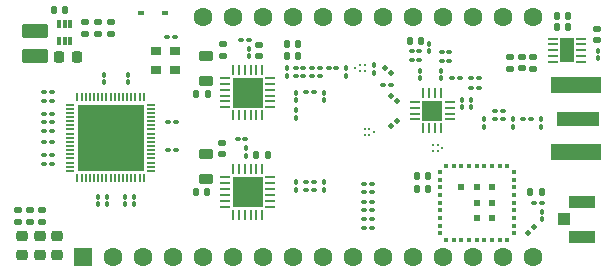
<source format=gbr>
%TF.GenerationSoftware,KiCad,Pcbnew,(5.99.0-6542-g16b0689841)*%
%TF.CreationDate,2021-01-03T15:15:32-08:00*%
%TF.ProjectId,SX1303,53583133-3033-42e6-9b69-6361645f7063,rev?*%
%TF.SameCoordinates,Original*%
%TF.FileFunction,Soldermask,Top*%
%TF.FilePolarity,Negative*%
%FSLAX46Y46*%
G04 Gerber Fmt 4.6, Leading zero omitted, Abs format (unit mm)*
G04 Created by KiCad (PCBNEW (5.99.0-6542-g16b0689841)) date 2021-01-03 15:15:32*
%MOMM*%
%LPD*%
G01*
G04 APERTURE LIST*
G04 Aperture macros list*
%AMRoundRect*
0 Rectangle with rounded corners*
0 $1 Rounding radius*
0 $2 $3 $4 $5 $6 $7 $8 $9 X,Y pos of 4 corners*
0 Add a 4 corners polygon primitive as box body*
4,1,4,$2,$3,$4,$5,$6,$7,$8,$9,$2,$3,0*
0 Add four circle primitives for the rounded corners*
1,1,$1+$1,$2,$3,0*
1,1,$1+$1,$4,$5,0*
1,1,$1+$1,$6,$7,0*
1,1,$1+$1,$8,$9,0*
0 Add four rect primitives between the rounded corners*
20,1,$1+$1,$2,$3,$4,$5,0*
20,1,$1+$1,$4,$5,$6,$7,0*
20,1,$1+$1,$6,$7,$8,$9,0*
20,1,$1+$1,$8,$9,$2,$3,0*%
G04 Aperture macros list end*
%ADD10RoundRect,0.140000X-0.140000X-0.170000X0.140000X-0.170000X0.140000X0.170000X-0.140000X0.170000X0*%
%ADD11R,0.736600X0.177800*%
%ADD12R,0.762000X0.177800*%
%ADD13R,0.177800X0.736600*%
%ADD14R,0.177800X0.762000*%
%ADD15R,5.613400X5.613400*%
%ADD16RoundRect,0.218750X0.256250X-0.218750X0.256250X0.218750X-0.256250X0.218750X-0.256250X-0.218750X0*%
%ADD17RoundRect,0.140000X0.140000X0.170000X-0.140000X0.170000X-0.140000X-0.170000X0.140000X-0.170000X0*%
%ADD18RoundRect,0.100000X0.100000X-0.130000X0.100000X0.130000X-0.100000X0.130000X-0.100000X-0.130000X0*%
%ADD19RoundRect,0.218750X-0.381250X0.218750X-0.381250X-0.218750X0.381250X-0.218750X0.381250X0.218750X0*%
%ADD20R,0.400000X0.300000*%
%ADD21R,0.300000X0.400000*%
%ADD22R,0.500000X0.500000*%
%ADD23RoundRect,0.100000X0.130000X0.100000X-0.130000X0.100000X-0.130000X-0.100000X0.130000X-0.100000X0*%
%ADD24RoundRect,0.135000X0.185000X-0.135000X0.185000X0.135000X-0.185000X0.135000X-0.185000X-0.135000X0*%
%ADD25RoundRect,0.100000X-0.162635X0.021213X0.021213X-0.162635X0.162635X-0.021213X-0.021213X0.162635X0*%
%ADD26RoundRect,0.100000X0.021213X0.162635X-0.162635X-0.021213X-0.021213X-0.162635X0.162635X0.021213X0*%
%ADD27RoundRect,0.100000X-0.100000X0.130000X-0.100000X-0.130000X0.100000X-0.130000X0.100000X0.130000X0*%
%ADD28R,0.180000X0.250000*%
%ADD29RoundRect,0.135000X-0.185000X0.135000X-0.185000X-0.135000X0.185000X-0.135000X0.185000X0.135000X0*%
%ADD30RoundRect,0.100000X-0.130000X-0.100000X0.130000X-0.100000X0.130000X0.100000X-0.130000X0.100000X0*%
%ADD31RoundRect,0.140000X0.170000X-0.140000X0.170000X0.140000X-0.170000X0.140000X-0.170000X-0.140000X0*%
%ADD32R,3.600000X1.270000*%
%ADD33R,4.200000X1.350000*%
%ADD34R,0.340000X0.700000*%
%ADD35RoundRect,0.062500X-0.062500X0.375000X-0.062500X-0.375000X0.062500X-0.375000X0.062500X0.375000X0*%
%ADD36RoundRect,0.062500X-0.375000X0.062500X-0.375000X-0.062500X0.375000X-0.062500X0.375000X0.062500X0*%
%ADD37R,2.500000X2.500000*%
%ADD38RoundRect,0.250000X-0.850000X0.375000X-0.850000X-0.375000X0.850000X-0.375000X0.850000X0.375000X0*%
%ADD39R,1.600000X1.600000*%
%ADD40C,1.600000*%
%ADD41RoundRect,0.062500X-0.350000X-0.062500X0.350000X-0.062500X0.350000X0.062500X-0.350000X0.062500X0*%
%ADD42R,1.200000X2.000000*%
%ADD43R,0.600000X0.450000*%
%ADD44RoundRect,0.100000X0.162635X-0.021213X-0.021213X0.162635X-0.162635X0.021213X0.021213X-0.162635X0*%
%ADD45R,1.050000X1.000000*%
%ADD46R,2.200000X1.050000*%
%ADD47R,0.850000X0.650000*%
%ADD48RoundRect,0.225000X-0.225000X-0.250000X0.225000X-0.250000X0.225000X0.250000X-0.225000X0.250000X0*%
%ADD49RoundRect,0.140000X-0.170000X0.140000X-0.170000X-0.140000X0.170000X-0.140000X0.170000X0.140000X0*%
%ADD50RoundRect,0.062500X-0.325000X-0.062500X0.325000X-0.062500X0.325000X0.062500X-0.325000X0.062500X0*%
%ADD51RoundRect,0.062500X-0.062500X-0.325000X0.062500X-0.325000X0.062500X0.325000X-0.062500X0.325000X0*%
%ADD52R,1.750000X1.750000*%
%ADD53RoundRect,0.135000X-0.135000X-0.185000X0.135000X-0.185000X0.135000X0.185000X-0.135000X0.185000X0*%
G04 APERTURE END LIST*
D10*
%TO.C,C42*%
X138080000Y-59440000D03*
X137120000Y-59440000D03*
%TD*%
D11*
%TO.C,U1*%
X108358300Y-64800001D03*
D12*
X108371000Y-65150000D03*
X108371000Y-65499999D03*
X108371000Y-65849998D03*
X108371000Y-66200000D03*
X108371000Y-66550000D03*
X108371000Y-66899999D03*
X108371000Y-67250001D03*
X108371000Y-67600000D03*
X108371000Y-67949999D03*
X108371000Y-68300001D03*
X108371000Y-68650000D03*
X108371000Y-69000000D03*
X108371000Y-69349999D03*
X108371000Y-69700001D03*
X108371000Y-70050000D03*
D11*
X108358300Y-70399999D03*
D13*
X109000001Y-71041700D03*
D14*
X109350000Y-71029000D03*
X109699999Y-71029000D03*
X110049998Y-71029000D03*
X110400000Y-71029000D03*
X110750000Y-71029000D03*
X111099999Y-71029000D03*
X111450001Y-71029000D03*
X111800000Y-71029000D03*
X112149999Y-71029000D03*
X112500001Y-71029000D03*
X112850000Y-71029000D03*
X113200000Y-71029000D03*
X113549999Y-71029000D03*
X113900001Y-71029000D03*
X114250000Y-71029000D03*
D13*
X114599999Y-71041700D03*
D11*
X115241700Y-70399999D03*
D12*
X115229000Y-70050000D03*
X115229000Y-69700001D03*
X115229000Y-69350002D03*
X115229000Y-69000000D03*
X115229000Y-68650000D03*
X115229000Y-68300001D03*
X115229000Y-67949999D03*
X115229000Y-67600000D03*
X115229000Y-67250001D03*
X115229000Y-66899999D03*
X115229000Y-66550000D03*
X115229000Y-66200000D03*
X115229000Y-65850001D03*
X115229000Y-65499999D03*
X115229000Y-65150000D03*
D11*
X115241700Y-64800001D03*
D13*
X114599999Y-64158300D03*
D14*
X114250000Y-64171000D03*
X113900001Y-64171000D03*
X113550002Y-64171000D03*
X113200000Y-64171000D03*
X112850000Y-64171000D03*
X112500001Y-64171000D03*
X112149999Y-64171000D03*
X111800000Y-64171000D03*
X111450001Y-64171000D03*
X111099999Y-64171000D03*
X110750000Y-64171000D03*
X110400000Y-64171000D03*
X110050001Y-64171000D03*
X109699999Y-64171000D03*
X109350000Y-64171000D03*
D13*
X109000001Y-64158300D03*
D15*
X111800000Y-67600000D03*
%TD*%
D10*
%TO.C,C35*%
X149570000Y-58200000D03*
X150530000Y-58200000D03*
%TD*%
D16*
%TO.C,D1*%
X104300000Y-77487500D03*
X104300000Y-75912500D03*
%TD*%
D17*
%TO.C,C2*%
X120030000Y-63900000D03*
X119070000Y-63900000D03*
%TD*%
D18*
%TO.C,L5*%
X127500000Y-64420000D03*
X127500000Y-63780000D03*
%TD*%
D19*
%TO.C,L1*%
X119900000Y-60637500D03*
X119900000Y-62762500D03*
%TD*%
D20*
%TO.C,U8*%
X145950000Y-75700000D03*
X145950000Y-75050000D03*
X145950000Y-74400000D03*
X145950000Y-73750000D03*
X145950000Y-73100000D03*
X145950000Y-72450000D03*
X145950000Y-71800000D03*
X145950000Y-71150000D03*
X145950000Y-70500000D03*
D21*
X145400000Y-69950000D03*
X144750000Y-69950000D03*
X144100000Y-69950000D03*
X143450000Y-69950000D03*
X142800000Y-69950000D03*
X142150000Y-69950000D03*
X141500000Y-69950000D03*
X140850000Y-69950000D03*
X140200000Y-69950000D03*
D20*
X139650000Y-70500000D03*
X139650000Y-71150000D03*
X139650000Y-71800000D03*
X139650000Y-72450000D03*
X139650000Y-73100000D03*
X139650000Y-73750000D03*
X139650000Y-74400000D03*
X139650000Y-75050000D03*
X139650000Y-75700000D03*
D21*
X140200000Y-76250000D03*
X140850000Y-76250000D03*
X141500000Y-76250000D03*
X142150000Y-76250000D03*
X142800000Y-76250000D03*
X143450000Y-76250000D03*
X144100000Y-76250000D03*
X144750000Y-76250000D03*
X145400000Y-76250000D03*
D22*
X144100000Y-74400000D03*
X142800000Y-74400000D03*
X144100000Y-73100000D03*
X142800000Y-73100000D03*
X144100000Y-71800000D03*
X142800000Y-71800000D03*
X141500000Y-71800000D03*
%TD*%
D23*
%TO.C,C16*%
X129020000Y-71350000D03*
X128380000Y-71350000D03*
%TD*%
D24*
%TO.C,R4*%
X147600000Y-61760000D03*
X147600000Y-60740000D03*
%TD*%
D25*
%TO.C,L15*%
X135073726Y-61673726D03*
X135526274Y-62126274D03*
%TD*%
D26*
%TO.C,C50*%
X136026274Y-66173726D03*
X135573726Y-66626274D03*
%TD*%
D27*
%TO.C,C53*%
X113800000Y-72580000D03*
X113800000Y-73220000D03*
%TD*%
D23*
%TO.C,R10*%
X106800000Y-64450000D03*
X106160000Y-64450000D03*
%TD*%
D27*
%TO.C,C28*%
X111500000Y-72580000D03*
X111500000Y-73220000D03*
%TD*%
D28*
%TO.C,FL2*%
X134085000Y-67100000D03*
X133700000Y-66850000D03*
X133315000Y-66850000D03*
X133315000Y-67350000D03*
X133700000Y-67350000D03*
%TD*%
D10*
%TO.C,C3*%
X124140000Y-69085000D03*
X125100000Y-69085000D03*
%TD*%
D24*
%TO.C,R12*%
X105000000Y-74710000D03*
X105000000Y-73690000D03*
%TD*%
D29*
%TO.C,R5*%
X111800000Y-57790000D03*
X111800000Y-58810000D03*
%TD*%
D10*
%TO.C,C30*%
X107020000Y-56800000D03*
X107980000Y-56800000D03*
%TD*%
D23*
%TO.C,C12*%
X129520000Y-62400000D03*
X128880000Y-62400000D03*
%TD*%
%TO.C,C39*%
X145010000Y-65350000D03*
X144370000Y-65350000D03*
%TD*%
D17*
%TO.C,C65*%
X138680000Y-70800000D03*
X137720000Y-70800000D03*
%TD*%
D30*
%TO.C,C40*%
X137280000Y-60240000D03*
X137920000Y-60240000D03*
%TD*%
D31*
%TO.C,C5*%
X121300000Y-60660000D03*
X121300000Y-59700000D03*
%TD*%
D23*
%TO.C,C46*%
X140470000Y-61100000D03*
X139830000Y-61100000D03*
%TD*%
D32*
%TO.C,J1*%
X151400000Y-66000000D03*
D33*
X151200000Y-68825000D03*
X151200000Y-63175000D03*
%TD*%
D30*
%TO.C,L4*%
X127480000Y-61700000D03*
X128120000Y-61700000D03*
%TD*%
D23*
%TO.C,C55*%
X106800000Y-69100000D03*
X106160000Y-69100000D03*
%TD*%
D34*
%TO.C,U6*%
X108400000Y-57950000D03*
X107900000Y-57950000D03*
X107400000Y-57950000D03*
X107400000Y-59450000D03*
X107900000Y-59450000D03*
X108400000Y-59450000D03*
%TD*%
D30*
%TO.C,R8*%
X106160000Y-63750000D03*
X106800000Y-63750000D03*
%TD*%
D35*
%TO.C,U3*%
X124650000Y-70247500D03*
X124150000Y-70247500D03*
X123650000Y-70247500D03*
X123150000Y-70247500D03*
X122650000Y-70247500D03*
X122150000Y-70247500D03*
D36*
X121462500Y-70935000D03*
X121462500Y-71435000D03*
X121462500Y-71935000D03*
X121462500Y-72435000D03*
X121462500Y-72935000D03*
X121462500Y-73435000D03*
D35*
X122150000Y-74122500D03*
X122650000Y-74122500D03*
X123150000Y-74122500D03*
X123650000Y-74122500D03*
X124150000Y-74122500D03*
X124650000Y-74122500D03*
D36*
X125337500Y-73435000D03*
X125337500Y-72935000D03*
X125337500Y-72435000D03*
X125337500Y-71935000D03*
X125337500Y-71435000D03*
X125337500Y-70935000D03*
D37*
X123400000Y-72185000D03*
%TD*%
D38*
%TO.C,L17*%
X105400000Y-58525000D03*
X105400000Y-60675000D03*
%TD*%
D31*
%TO.C,C6*%
X121250000Y-68980000D03*
X121250000Y-68020000D03*
%TD*%
D23*
%TO.C,C47*%
X142970000Y-62550000D03*
X142330000Y-62550000D03*
%TD*%
%TO.C,C44*%
X142970000Y-63400000D03*
X142330000Y-63400000D03*
%TD*%
D18*
%TO.C,C37*%
X143450000Y-66670000D03*
X143450000Y-66030000D03*
%TD*%
%TO.C,L12*%
X139800000Y-62560000D03*
X139800000Y-61920000D03*
%TD*%
D28*
%TO.C,FL1*%
X132535000Y-61700000D03*
X132920000Y-61950000D03*
X133305000Y-61950000D03*
X133305000Y-61450000D03*
X132920000Y-61450000D03*
%TD*%
D27*
%TO.C,C56*%
X110750000Y-72580000D03*
X110750000Y-73220000D03*
%TD*%
D10*
%TO.C,C7*%
X126740000Y-59700000D03*
X127700000Y-59700000D03*
%TD*%
D27*
%TO.C,C19*%
X129900000Y-71380000D03*
X129900000Y-72020000D03*
%TD*%
D18*
%TO.C,C21*%
X111250000Y-62920000D03*
X111250000Y-62280000D03*
%TD*%
D30*
%TO.C,C61*%
X147680000Y-73100000D03*
X148320000Y-73100000D03*
%TD*%
%TO.C,C38*%
X137280000Y-61040000D03*
X137920000Y-61040000D03*
%TD*%
D18*
%TO.C,L11*%
X138800000Y-60260000D03*
X138800000Y-59620000D03*
%TD*%
D30*
%TO.C,C51*%
X134880000Y-63100000D03*
X135520000Y-63100000D03*
%TD*%
D18*
%TO.C,C41*%
X145850000Y-66670000D03*
X145850000Y-66030000D03*
%TD*%
D24*
%TO.C,R6*%
X109600000Y-58810000D03*
X109600000Y-57790000D03*
%TD*%
D39*
%TO.C,A1*%
X109500000Y-77700000D03*
D40*
X112040000Y-77700000D03*
X114580000Y-77700000D03*
X117120000Y-77700000D03*
X119660000Y-77700000D03*
X122200000Y-77700000D03*
X124740000Y-77700000D03*
X127280000Y-77700000D03*
X129820000Y-77700000D03*
X132360000Y-77700000D03*
X134900000Y-77700000D03*
X137440000Y-77700000D03*
X139980000Y-77700000D03*
X142520000Y-77700000D03*
X145060000Y-77700000D03*
X147600000Y-77700000D03*
X147600000Y-57380000D03*
X145060000Y-57380000D03*
X142520000Y-57380000D03*
X139980000Y-57380000D03*
X137440000Y-57380000D03*
X134900000Y-57380000D03*
X132360000Y-57380000D03*
X129820000Y-57380000D03*
X127280000Y-57380000D03*
X124740000Y-57380000D03*
X122200000Y-57380000D03*
X119660000Y-57380000D03*
%TD*%
D24*
%TO.C,R3*%
X145600000Y-61760000D03*
X145600000Y-60740000D03*
%TD*%
D31*
%TO.C,C29*%
X153000000Y-59330000D03*
X153000000Y-58370000D03*
%TD*%
D23*
%TO.C,C57*%
X133920000Y-72200000D03*
X133280000Y-72200000D03*
%TD*%
D41*
%TO.C,U4*%
X149237500Y-59200000D03*
X149237500Y-59700000D03*
X149237500Y-60200000D03*
X149237500Y-60700000D03*
X149237500Y-61200000D03*
X151662500Y-61200000D03*
X151662500Y-60700000D03*
X151662500Y-60200000D03*
X151662500Y-59700000D03*
X151662500Y-59200000D03*
D42*
X150450000Y-60200000D03*
%TD*%
D43*
%TO.C,D4*%
X114350000Y-57000000D03*
X116450000Y-57000000D03*
%TD*%
D27*
%TO.C,C18*%
X129900000Y-63780000D03*
X129900000Y-64420000D03*
%TD*%
D30*
%TO.C,C11*%
X127480000Y-62400000D03*
X128120000Y-62400000D03*
%TD*%
D27*
%TO.C,C48*%
X141550000Y-64380000D03*
X141550000Y-65020000D03*
%TD*%
D44*
%TO.C,C52*%
X136026274Y-64526274D03*
X135573726Y-64073726D03*
%TD*%
D27*
%TO.C,C63*%
X153100000Y-60230000D03*
X153100000Y-60870000D03*
%TD*%
D23*
%TO.C,C25*%
X106800000Y-66300000D03*
X106160000Y-66300000D03*
%TD*%
D18*
%TO.C,C49*%
X134100000Y-62120000D03*
X134100000Y-61480000D03*
%TD*%
D23*
%TO.C,R1*%
X123520000Y-59300000D03*
X122880000Y-59300000D03*
%TD*%
D24*
%TO.C,R13*%
X106000000Y-74710000D03*
X106000000Y-73690000D03*
%TD*%
D18*
%TO.C,C13*%
X127500000Y-65920000D03*
X127500000Y-65280000D03*
%TD*%
D45*
%TO.C,J2*%
X150200000Y-74500000D03*
D46*
X151725000Y-73025000D03*
X151725000Y-75975000D03*
%TD*%
D30*
%TO.C,R14*%
X133280000Y-71500000D03*
X133920000Y-71500000D03*
%TD*%
%TO.C,L7*%
X130280000Y-61700000D03*
X130920000Y-61700000D03*
%TD*%
D28*
%TO.C,FL3*%
X139900000Y-68500000D03*
X139515000Y-68250000D03*
X139130000Y-68250000D03*
X139130000Y-68750000D03*
X139515000Y-68750000D03*
%TD*%
D30*
%TO.C,R15*%
X133280000Y-74500000D03*
X133920000Y-74500000D03*
%TD*%
D23*
%TO.C,C43*%
X140470000Y-60300000D03*
X139830000Y-60300000D03*
%TD*%
D16*
%TO.C,D3*%
X107300000Y-77487500D03*
X107300000Y-75912500D03*
%TD*%
D18*
%TO.C,C45*%
X148250000Y-66670000D03*
X148250000Y-66030000D03*
%TD*%
D16*
%TO.C,D2*%
X105800000Y-77487500D03*
X105800000Y-75912500D03*
%TD*%
D23*
%TO.C,C62*%
X117250000Y-59050000D03*
X116610000Y-59050000D03*
%TD*%
D18*
%TO.C,L6*%
X127500000Y-72005000D03*
X127500000Y-71365000D03*
%TD*%
D35*
%TO.C,U2*%
X124650000Y-61837500D03*
X124150000Y-61837500D03*
X123650000Y-61837500D03*
X123150000Y-61837500D03*
X122650000Y-61837500D03*
X122150000Y-61837500D03*
D36*
X121462500Y-62525000D03*
X121462500Y-63025000D03*
X121462500Y-63525000D03*
X121462500Y-64025000D03*
X121462500Y-64525000D03*
X121462500Y-65025000D03*
D35*
X122150000Y-65712500D03*
X122650000Y-65712500D03*
X123150000Y-65712500D03*
X123650000Y-65712500D03*
X124150000Y-65712500D03*
X124650000Y-65712500D03*
D36*
X125337500Y-65025000D03*
X125337500Y-64525000D03*
X125337500Y-64025000D03*
X125337500Y-63525000D03*
X125337500Y-63025000D03*
X125337500Y-62525000D03*
D37*
X123400000Y-63775000D03*
%TD*%
D18*
%TO.C,C26*%
X113300000Y-62920000D03*
X113300000Y-62280000D03*
%TD*%
%TO.C,C20*%
X131700000Y-62370000D03*
X131700000Y-61730000D03*
%TD*%
D30*
%TO.C,C22*%
X116669273Y-66300000D03*
X117309273Y-66300000D03*
%TD*%
D31*
%TO.C,C32*%
X110700000Y-58780000D03*
X110700000Y-57820000D03*
%TD*%
%TO.C,C1*%
X124400000Y-60700000D03*
X124400000Y-59740000D03*
%TD*%
D17*
%TO.C,C4*%
X120000000Y-72200000D03*
X119040000Y-72200000D03*
%TD*%
D18*
%TO.C,C8*%
X123500000Y-60720000D03*
X123500000Y-60080000D03*
%TD*%
D47*
%TO.C,U5*%
X115675000Y-60225000D03*
X115675000Y-61875000D03*
X117225000Y-61875000D03*
X117225000Y-60225000D03*
%TD*%
D30*
%TO.C,R16*%
X133280000Y-73000000D03*
X133920000Y-73000000D03*
%TD*%
D24*
%TO.C,R11*%
X104000000Y-74710000D03*
X104000000Y-73690000D03*
%TD*%
D19*
%TO.C,L2*%
X119900000Y-68937500D03*
X119900000Y-71062500D03*
%TD*%
D23*
%TO.C,C14*%
X129020000Y-72000000D03*
X128380000Y-72000000D03*
%TD*%
D27*
%TO.C,L3*%
X126700000Y-61730000D03*
X126700000Y-62370000D03*
%TD*%
D30*
%TO.C,R9*%
X106160000Y-68000000D03*
X106800000Y-68000000D03*
%TD*%
D48*
%TO.C,C34*%
X107425000Y-60800000D03*
X108975000Y-60800000D03*
%TD*%
D23*
%TO.C,C17*%
X129520000Y-61700000D03*
X128880000Y-61700000D03*
%TD*%
D18*
%TO.C,L8*%
X138000000Y-62560000D03*
X138000000Y-61920000D03*
%TD*%
D10*
%TO.C,C33*%
X149570000Y-57250000D03*
X150530000Y-57250000D03*
%TD*%
D23*
%TO.C,C23*%
X106800000Y-69800000D03*
X106160000Y-69800000D03*
%TD*%
%TO.C,R2*%
X123220000Y-67700000D03*
X122580000Y-67700000D03*
%TD*%
%TO.C,C54*%
X106800000Y-65600000D03*
X106160000Y-65600000D03*
%TD*%
D49*
%TO.C,C31*%
X146600000Y-60770000D03*
X146600000Y-61730000D03*
%TD*%
D27*
%TO.C,C24*%
X112999998Y-72580000D03*
X112999998Y-73220000D03*
%TD*%
D18*
%TO.C,C9*%
X123300000Y-69120000D03*
X123300000Y-68480000D03*
%TD*%
D23*
%TO.C,R7*%
X106800000Y-67000000D03*
X106160000Y-67000000D03*
%TD*%
D50*
%TO.C,U7*%
X137577500Y-64550000D03*
X137577500Y-65050000D03*
X137577500Y-65550000D03*
X137577500Y-66050000D03*
D51*
X138290000Y-66762500D03*
X138790000Y-66762500D03*
X139290000Y-66762500D03*
X139790000Y-66762500D03*
D50*
X140502500Y-66050000D03*
X140502500Y-65550000D03*
X140502500Y-65050000D03*
X140502500Y-64550000D03*
D51*
X139790000Y-63837500D03*
X139290000Y-63837500D03*
X138790000Y-63837500D03*
X138290000Y-63837500D03*
D52*
X139040000Y-65300000D03*
%TD*%
D30*
%TO.C,L10*%
X140730000Y-62550000D03*
X141370000Y-62550000D03*
%TD*%
D27*
%TO.C,L14*%
X142300000Y-64380000D03*
X142300000Y-65020000D03*
%TD*%
D26*
%TO.C,C60*%
X147626274Y-75173726D03*
X147173726Y-75626274D03*
%TD*%
D30*
%TO.C,L13*%
X146730000Y-66050000D03*
X147370000Y-66050000D03*
%TD*%
D23*
%TO.C,C58*%
X133920000Y-75200000D03*
X133280000Y-75200000D03*
%TD*%
D30*
%TO.C,L9*%
X144370000Y-66050000D03*
X145010000Y-66050000D03*
%TD*%
D23*
%TO.C,C15*%
X129020000Y-63750000D03*
X128380000Y-63750000D03*
%TD*%
D27*
%TO.C,L16*%
X148300000Y-73880000D03*
X148300000Y-74520000D03*
%TD*%
D23*
%TO.C,C59*%
X133920000Y-73700000D03*
X133280000Y-73700000D03*
%TD*%
D53*
%TO.C,R17*%
X147290000Y-72200000D03*
X148310000Y-72200000D03*
%TD*%
D30*
%TO.C,C27*%
X116680000Y-68650000D03*
X117320000Y-68650000D03*
%TD*%
D17*
%TO.C,C64*%
X138680000Y-71900000D03*
X137720000Y-71900000D03*
%TD*%
D10*
%TO.C,C10*%
X126740000Y-60700000D03*
X127700000Y-60700000D03*
%TD*%
M02*

</source>
